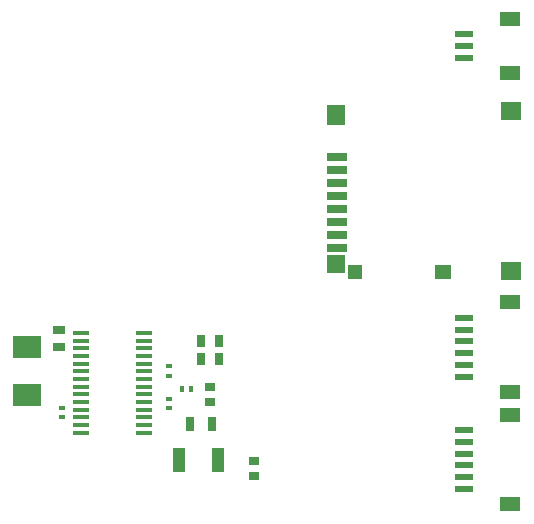
<source format=gbp>
G04*
G04 #@! TF.GenerationSoftware,Altium Limited,Altium Designer,23.4.1 (23)*
G04*
G04 Layer_Color=128*
%FSLAX44Y44*%
%MOMM*%
G71*
G04*
G04 #@! TF.SameCoordinates,F444AECA-3A0C-429C-AF9E-0364E00B568D*
G04*
G04*
G04 #@! TF.FilePolarity,Positive*
G04*
G01*
G75*
%ADD29R,1.5500X0.6000*%
%ADD30R,1.8000X1.2000*%
%ADD37R,0.7500X1.0000*%
%ADD38R,1.1000X2.0500*%
%ADD52R,0.7000X1.3000*%
%ADD53R,0.5000X0.4000*%
%ADD54R,0.4000X0.5000*%
%ADD111R,1.6800X0.8000*%
%ADD112R,1.3000X1.2900*%
%ADD113R,1.4000X1.2900*%
%ADD114R,1.5000X1.6000*%
%ADD115R,1.7000X1.5000*%
%ADD116R,1.5000X1.7000*%
%ADD117R,0.8500X0.7000*%
%ADD118R,1.0000X0.7500*%
%ADD119R,1.4000X0.3800*%
%ADD120R,2.4000X1.9000*%
D29*
X480500Y30000D02*
D03*
Y40000D02*
D03*
Y50000D02*
D03*
Y70000D02*
D03*
Y80000D02*
D03*
Y60000D02*
D03*
X480500Y415000D02*
D03*
Y395000D02*
D03*
Y405000D02*
D03*
Y125000D02*
D03*
Y135000D02*
D03*
Y145000D02*
D03*
Y165000D02*
D03*
Y175000D02*
D03*
Y155000D02*
D03*
D30*
X519250Y17000D02*
D03*
Y93000D02*
D03*
X519250Y382000D02*
D03*
Y428000D02*
D03*
Y112000D02*
D03*
Y188000D02*
D03*
D37*
X257500Y154999D02*
D03*
X272500D02*
D03*
X257500Y140000D02*
D03*
X272500D02*
D03*
D38*
X238500Y55000D02*
D03*
X271499D02*
D03*
D52*
X247999Y85000D02*
D03*
X266999D02*
D03*
D53*
X230000Y126000D02*
D03*
Y134000D02*
D03*
X230000Y98500D02*
D03*
Y106500D02*
D03*
X140000Y91000D02*
D03*
Y99000D02*
D03*
D54*
X241000Y115000D02*
D03*
X249000D02*
D03*
D111*
X372400Y311500D02*
D03*
Y300500D02*
D03*
Y289500D02*
D03*
Y278500D02*
D03*
Y267500D02*
D03*
Y245500D02*
D03*
Y234500D02*
D03*
Y256500D02*
D03*
D112*
X388000Y213950D02*
D03*
D113*
X462000D02*
D03*
D114*
X371500Y220400D02*
D03*
D115*
X520000Y215000D02*
D03*
Y350000D02*
D03*
D116*
X371500Y347000D02*
D03*
D117*
X265000Y116250D02*
D03*
Y103750D02*
D03*
X302500Y53750D02*
D03*
Y41250D02*
D03*
D118*
X137500Y150000D02*
D03*
Y165000D02*
D03*
D119*
X209300Y110250D02*
D03*
Y136250D02*
D03*
Y129750D02*
D03*
X155700Y77750D02*
D03*
Y84250D02*
D03*
Y155750D02*
D03*
Y162250D02*
D03*
X209300D02*
D03*
Y155750D02*
D03*
Y84250D02*
D03*
Y77750D02*
D03*
Y90750D02*
D03*
Y97250D02*
D03*
Y103750D02*
D03*
Y116750D02*
D03*
Y123250D02*
D03*
Y142750D02*
D03*
Y149250D02*
D03*
X155700D02*
D03*
Y142750D02*
D03*
Y136250D02*
D03*
Y129750D02*
D03*
Y123250D02*
D03*
Y116750D02*
D03*
Y110250D02*
D03*
Y103750D02*
D03*
Y97250D02*
D03*
Y90750D02*
D03*
D120*
X110001Y109500D02*
D03*
Y150501D02*
D03*
M02*

</source>
